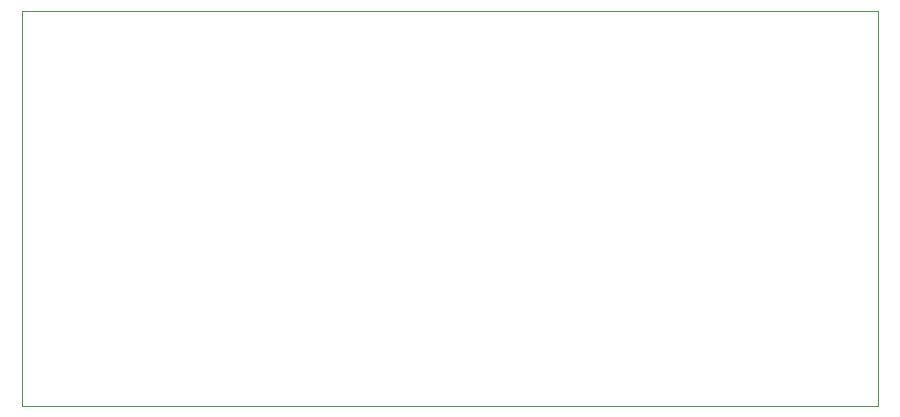
<source format=gbr>
%TF.GenerationSoftware,KiCad,Pcbnew,7.0.10-7.0.10~ubuntu22.04.1*%
%TF.CreationDate,2024-03-09T00:22:00+09:00*%
%TF.ProjectId,iolink,696f6c69-6e6b-42e6-9b69-6361645f7063,rev?*%
%TF.SameCoordinates,Original*%
%TF.FileFunction,Profile,NP*%
%FSLAX46Y46*%
G04 Gerber Fmt 4.6, Leading zero omitted, Abs format (unit mm)*
G04 Created by KiCad (PCBNEW 7.0.10-7.0.10~ubuntu22.04.1) date 2024-03-09 00:22:00*
%MOMM*%
%LPD*%
G01*
G04 APERTURE LIST*
%TA.AperFunction,Profile*%
%ADD10C,0.100000*%
%TD*%
G04 APERTURE END LIST*
D10*
X51000000Y-70000000D02*
X123500000Y-70000000D01*
X123500000Y-70000000D02*
X123500000Y-103500000D01*
X51000000Y-103500000D02*
X51000000Y-70000000D01*
X123500000Y-103500000D02*
X51000000Y-103500000D01*
M02*

</source>
